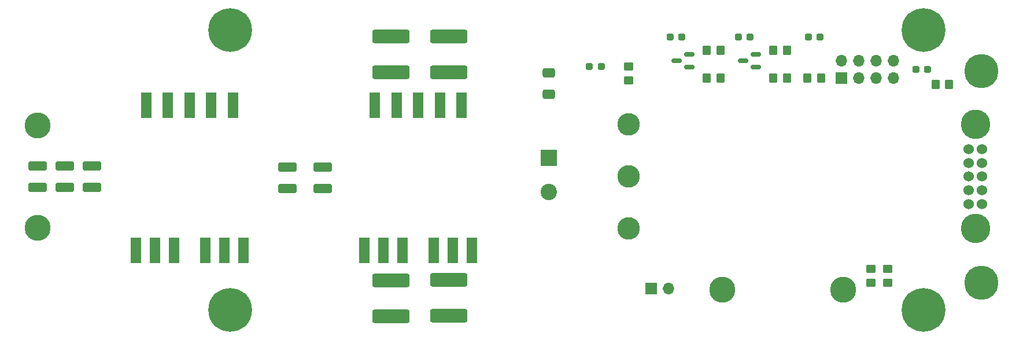
<source format=gbr>
%TF.GenerationSoftware,KiCad,Pcbnew,(6.0.10-0)*%
%TF.CreationDate,2023-02-08T11:04:04+05:30*%
%TF.ProjectId,dbe_dcdc,6462655f-6463-4646-932e-6b696361645f,rev?*%
%TF.SameCoordinates,Original*%
%TF.FileFunction,Soldermask,Top*%
%TF.FilePolarity,Negative*%
%FSLAX46Y46*%
G04 Gerber Fmt 4.6, Leading zero omitted, Abs format (unit mm)*
G04 Created by KiCad (PCBNEW (6.0.10-0)) date 2023-02-08 11:04:04*
%MOMM*%
%LPD*%
G01*
G04 APERTURE LIST*
G04 Aperture macros list*
%AMRoundRect*
0 Rectangle with rounded corners*
0 $1 Rounding radius*
0 $2 $3 $4 $5 $6 $7 $8 $9 X,Y pos of 4 corners*
0 Add a 4 corners polygon primitive as box body*
4,1,4,$2,$3,$4,$5,$6,$7,$8,$9,$2,$3,0*
0 Add four circle primitives for the rounded corners*
1,1,$1+$1,$2,$3*
1,1,$1+$1,$4,$5*
1,1,$1+$1,$6,$7*
1,1,$1+$1,$8,$9*
0 Add four rect primitives between the rounded corners*
20,1,$1+$1,$2,$3,$4,$5,0*
20,1,$1+$1,$4,$5,$6,$7,0*
20,1,$1+$1,$6,$7,$8,$9,0*
20,1,$1+$1,$8,$9,$2,$3,0*%
G04 Aperture macros list end*
%ADD10RoundRect,0.249999X-2.450001X0.737501X-2.450001X-0.737501X2.450001X-0.737501X2.450001X0.737501X0*%
%ADD11C,3.800000*%
%ADD12C,2.600000*%
%ADD13C,5.000000*%
%ADD14C,2.900000*%
%ADD15RoundRect,0.250000X-1.100000X0.412500X-1.100000X-0.412500X1.100000X-0.412500X1.100000X0.412500X0*%
%ADD16R,1.600000X3.750000*%
%ADD17RoundRect,0.249999X2.450001X-0.737501X2.450001X0.737501X-2.450001X0.737501X-2.450001X-0.737501X0*%
%ADD18R,1.700000X1.700000*%
%ADD19O,1.700000X1.700000*%
%ADD20RoundRect,0.250000X-0.450000X0.350000X-0.450000X-0.350000X0.450000X-0.350000X0.450000X0.350000X0*%
%ADD21RoundRect,0.250000X0.450000X-0.350000X0.450000X0.350000X-0.450000X0.350000X-0.450000X-0.350000X0*%
%ADD22RoundRect,0.250000X-0.350000X-0.450000X0.350000X-0.450000X0.350000X0.450000X-0.350000X0.450000X0*%
%ADD23C,3.302000*%
%ADD24C,4.318000*%
%ADD25C,1.524000*%
%ADD26C,6.400000*%
%ADD27C,3.600000*%
%ADD28RoundRect,0.237500X-0.287500X-0.237500X0.287500X-0.237500X0.287500X0.237500X-0.287500X0.237500X0*%
%ADD29RoundRect,0.250000X0.650000X-0.412500X0.650000X0.412500X-0.650000X0.412500X-0.650000X-0.412500X0*%
%ADD30R,2.400000X2.400000*%
%ADD31C,2.400000*%
%ADD32RoundRect,0.150000X0.587500X0.150000X-0.587500X0.150000X-0.587500X-0.150000X0.587500X-0.150000X0*%
G04 APERTURE END LIST*
D10*
%TO.C,C8*%
X78550000Y-101662500D03*
X78550000Y-106937500D03*
%TD*%
D11*
%TO.C,+VDC*%
X26750000Y-79000000D03*
D12*
X26750000Y-79000000D03*
%TD*%
D13*
%TO.C,GND*%
X165000000Y-102000000D03*
D14*
X165000000Y-102000000D03*
%TD*%
D15*
%TO.C,C5*%
X63400000Y-85072500D03*
X63400000Y-88197500D03*
%TD*%
D16*
%TO.C,FL1*%
X41175000Y-97235000D03*
X43970000Y-97235000D03*
X46765000Y-97235000D03*
X51335000Y-97235000D03*
X54130000Y-97235000D03*
X56925000Y-97235000D03*
X55400000Y-75985000D03*
X52225000Y-75985000D03*
X49050000Y-75985000D03*
X45875000Y-75985000D03*
X42700000Y-75985000D03*
%TD*%
D17*
%TO.C,C4*%
X78500000Y-71217500D03*
X78500000Y-65942500D03*
%TD*%
D11*
%TO.C,OUT_GND*%
X144750000Y-103000000D03*
D12*
X144750000Y-103000000D03*
%TD*%
D18*
%TO.C,PMBUS*%
X144500000Y-72000000D03*
D19*
X144500000Y-69460000D03*
X147040000Y-72000000D03*
X147040000Y-69460000D03*
X149580000Y-72000000D03*
X149580000Y-69460000D03*
X152120000Y-72000000D03*
X152120000Y-69460000D03*
%TD*%
D20*
%TO.C,R6*%
X148750000Y-100000000D03*
X148750000Y-102000000D03*
%TD*%
D10*
%TO.C,C9*%
X87000000Y-101562500D03*
X87000000Y-106837500D03*
%TD*%
D16*
%TO.C,FL2*%
X74625000Y-97235000D03*
X77420000Y-97235000D03*
X80215000Y-97235000D03*
X84785000Y-97235000D03*
X87580000Y-97235000D03*
X90375000Y-97235000D03*
X88850000Y-75985000D03*
X85675000Y-75985000D03*
X82500000Y-75985000D03*
X79325000Y-75985000D03*
X76150000Y-75985000D03*
%TD*%
D21*
%TO.C,R8*%
X113284000Y-72374000D03*
X113284000Y-70374000D03*
%TD*%
D15*
%TO.C,C7*%
X68530000Y-85070000D03*
X68530000Y-88195000D03*
%TD*%
D22*
%TO.C,R5*%
X139500000Y-72000000D03*
X141500000Y-72000000D03*
%TD*%
%TO.C,R1*%
X124750000Y-72000000D03*
X126750000Y-72000000D03*
%TD*%
%TO.C,R9*%
X158250000Y-73000000D03*
X160250000Y-73000000D03*
%TD*%
D23*
%TO.C,U1*%
X113293250Y-78833250D03*
X113293250Y-86453250D03*
X113293250Y-94073250D03*
D24*
X164093250Y-94073250D03*
D25*
X163102650Y-90466450D03*
X165083850Y-90466450D03*
X163102650Y-88459850D03*
X165083850Y-88459850D03*
X163102650Y-86453250D03*
X165083850Y-86453250D03*
X163102650Y-84446650D03*
X165083850Y-84446650D03*
X163102650Y-82440050D03*
X165083850Y-82440050D03*
D24*
X164093250Y-78833250D03*
%TD*%
D26*
%TO.C,M1*%
X55000000Y-65000000D03*
D27*
X55000000Y-65000000D03*
%TD*%
D22*
%TO.C,R4*%
X134500000Y-68000000D03*
X136500000Y-68000000D03*
%TD*%
D15*
%TO.C,C1*%
X26750000Y-84937500D03*
X26750000Y-88062500D03*
%TD*%
%TO.C,C3*%
X34750000Y-84937500D03*
X34750000Y-88062500D03*
%TD*%
D18*
%TO.C,JP1*%
X116610000Y-102870000D03*
D19*
X119150000Y-102870000D03*
%TD*%
D22*
%TO.C,R3*%
X134500000Y-72000000D03*
X136500000Y-72000000D03*
%TD*%
D13*
%TO.C,+12V*%
X165000000Y-71000000D03*
D14*
X165000000Y-71000000D03*
%TD*%
D28*
%TO.C,D5*%
X155375000Y-70750000D03*
X157125000Y-70750000D03*
%TD*%
D12*
%TO.C,-VDC*%
X26750000Y-94000000D03*
D11*
X26750000Y-94000000D03*
%TD*%
D26*
%TO.C,CHASSIS*%
X156500000Y-65000000D03*
D27*
X156500000Y-65000000D03*
%TD*%
D26*
%TO.C,M2*%
X55000000Y-106000000D03*
D27*
X55000000Y-106000000D03*
%TD*%
D28*
%TO.C,D2*%
X129375000Y-66000000D03*
X131125000Y-66000000D03*
%TD*%
D29*
%TO.C,C10*%
X101600000Y-74375000D03*
X101600000Y-71250000D03*
%TD*%
D28*
%TO.C,D4*%
X107583000Y-70358000D03*
X109333000Y-70358000D03*
%TD*%
%TO.C,D1*%
X119375000Y-66000000D03*
X121125000Y-66000000D03*
%TD*%
D15*
%TO.C,C2*%
X30750000Y-84937500D03*
X30750000Y-88062500D03*
%TD*%
D12*
%TO.C,IN_GND*%
X127000000Y-103000000D03*
D11*
X127000000Y-103000000D03*
%TD*%
D30*
%TO.C,C11*%
X101600000Y-83740000D03*
D31*
X101600000Y-88740000D03*
%TD*%
D20*
%TO.C,R7*%
X151250000Y-100000000D03*
X151250000Y-102000000D03*
%TD*%
D27*
%TO.C,CHASSIS*%
X156500000Y-106000000D03*
D26*
X156500000Y-106000000D03*
%TD*%
D28*
%TO.C,D3*%
X139625000Y-66000000D03*
X141375000Y-66000000D03*
%TD*%
D22*
%TO.C,R2*%
X124750000Y-68000000D03*
X126750000Y-68000000D03*
%TD*%
D17*
%TO.C,C6*%
X87000000Y-71217500D03*
X87000000Y-65942500D03*
%TD*%
D32*
%TO.C,Q2*%
X131937500Y-70450000D03*
X131937500Y-68550000D03*
X130062500Y-69500000D03*
%TD*%
%TO.C,Q1*%
X122187500Y-70450000D03*
X122187500Y-68550000D03*
X120312500Y-69500000D03*
%TD*%
M02*

</source>
